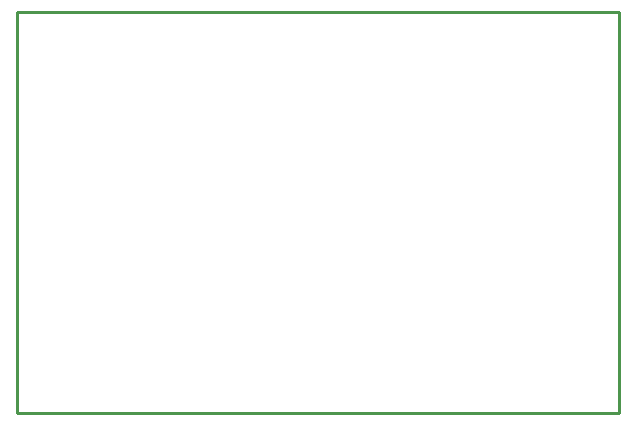
<source format=gko>
G04 Layer: BoardOutlineLayer*
G04 EasyEDA v6.5.46, 2024-09-12 22:27:14*
G04 Gerber Generator version 0.2*
G04 Scale: 100 percent, Rotated: No, Reflected: No *
G04 Dimensions in millimeters *
G04 leading zeros omitted , absolute positions ,4 integer and 5 decimal *
%FSLAX45Y45*%
%MOMM*%

%ADD10C,0.2540*%
D10*
X699998Y10199979D02*
G01*
X5799988Y10199979D01*
X5799988Y6799986D01*
X699998Y6799986D01*
X699998Y10199979D01*

%LPD*%
M02*

</source>
